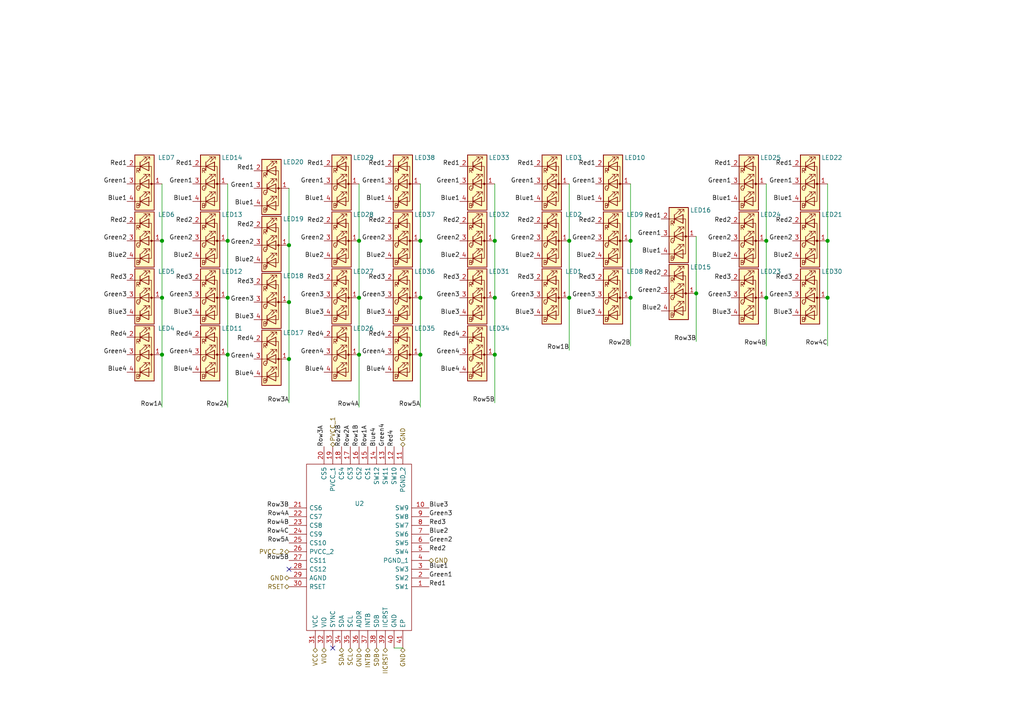
<source format=kicad_sch>
(kicad_sch (version 20210621) (generator eeschema)
  (paper "A4")
  (title_block (title "ICED-L") (date "2016-07-17") (rev "Rev 1.2b") (company "Input Club"))
  (lib_symbols
    (symbol "ICEDLeft:IS31FL3737-QFLS4-TR" (pin_names (offset 0.762))
      (property "Reference" "IC" (at 36.83 17.78 0))
      (property "Value" "IS31FL3737-QFLS4-TR" (at 36.83 15.24 0))
      (symbol "IS31FL3737-QFLS4-TR_0_0"
        (pin passive line (at 0 0 0) (length 5.08) (name "SW1") (number "1"))
        (pin passive line (at 0 -22.86 0) (length 5.08) (name "SW9") (number "10"))
        (pin passive line (at 7.62 -40.64 90) (length 5.08) (name "PGND_2") (number "11"))
        (pin passive line (at 10.16 -40.64 90) (length 5.08) (name "SW10") (number "12"))
        (pin passive line (at 12.7 -40.64 90) (length 5.08) (name "SW11") (number "13"))
        (pin passive line (at 15.24 -40.64 90) (length 5.08) (name "SW12") (number "14"))
        (pin passive line (at 17.78 -40.64 90) (length 5.08) (name "CS1") (number "15"))
        (pin passive line (at 20.32 -40.64 90) (length 5.08) (name "CS2") (number "16"))
        (pin passive line (at 22.86 -40.64 90) (length 5.08) (name "CS3") (number "17"))
        (pin passive line (at 25.4 -40.64 90) (length 5.08) (name "CS4") (number "18"))
        (pin passive line (at 27.94 -40.64 90) (length 5.08) (name "PVCC_1") (number "19"))
        (pin passive line (at 0 -2.54 0) (length 5.08) (name "SW2") (number "2"))
        (pin passive line (at 30.48 -40.64 90) (length 5.08) (name "CS5") (number "20"))
        (pin passive line (at 40.64 -22.86 180) (length 5.08) (name "CS6") (number "21"))
        (pin passive line (at 40.64 -20.32 180) (length 5.08) (name "CS7") (number "22"))
        (pin passive line (at 40.64 -17.78 180) (length 5.08) (name "CS8") (number "23"))
        (pin passive line (at 40.64 -15.24 180) (length 5.08) (name "CS9") (number "24"))
        (pin passive line (at 40.64 -12.7 180) (length 5.08) (name "CS10") (number "25"))
        (pin passive line (at 40.64 -10.16 180) (length 5.08) (name "PVCC_2") (number "26"))
        (pin passive line (at 40.64 -7.62 180) (length 5.08) (name "CS11") (number "27"))
        (pin passive line (at 40.64 -5.08 180) (length 5.08) (name "CS12") (number "28"))
        (pin passive line (at 40.64 -2.54 180) (length 5.08) (name "AGND") (number "29"))
        (pin passive line (at 0 -5.08 0) (length 5.08) (name "SW3") (number "3"))
        (pin passive line (at 40.64 0 180) (length 5.08) (name "RSET") (number "30"))
        (pin passive line (at 33.02 17.78 270) (length 5.08) (name "VCC") (number "31"))
        (pin passive line (at 30.48 17.78 270) (length 5.08) (name "VIO") (number "32"))
        (pin passive line (at 27.94 17.78 270) (length 5.08) (name "SYNC") (number "33"))
        (pin passive line (at 25.4 17.78 270) (length 5.08) (name "SDA") (number "34"))
        (pin passive line (at 22.86 17.78 270) (length 5.08) (name "SCL") (number "35"))
        (pin passive line (at 20.32 17.78 270) (length 5.08) (name "ADDR") (number "36"))
        (pin passive line (at 17.78 17.78 270) (length 5.08) (name "INTB") (number "37"))
        (pin passive line (at 15.24 17.78 270) (length 5.08) (name "SDB") (number "38"))
        (pin passive line (at 12.7 17.78 270) (length 5.08) (name "IICRST") (number "39"))
        (pin passive line (at 0 -7.62 0) (length 5.08) (name "PGND_1") (number "4"))
        (pin passive line (at 10.16 17.78 270) (length 5.08) (name "GND") (number "40"))
        (pin passive line (at 7.62 17.78 270) (length 5.08) (name "EP") (number "41"))
        (pin passive line (at 0 -10.16 0) (length 5.08) (name "SW4") (number "5"))
        (pin passive line (at 0 -12.7 0) (length 5.08) (name "SW5") (number "6"))
        (pin passive line (at 0 -15.24 0) (length 5.08) (name "SW6") (number "7"))
        (pin passive line (at 0 -17.78 0) (length 5.08) (name "SW7") (number "8"))
        (pin passive line (at 0 -20.32 0) (length 5.08) (name "SW8") (number "9"))
      )
      (symbol "IS31FL3737-QFLS4-TR_0_1"
        (polyline (pts (xy 5.08 12.7) (xy 35.56 12.7) (xy 35.56 -35.56) (xy 5.08 -35.56) (xy 5.08 12.7)) (stroke (width 0.1524)))
      )
    )
    (symbol "ICEDLeft:RGB_0606" (pin_names (offset 0) hide)
      (property "Reference" "D" (at 0 9.398 0))
      (property "Value" "RGB_0606" (at 0 -8.89 0))
      (symbol "RGB_0606_0_0"
        (text "B" (at -1.905 -6.35 0) (effects (font (size 1.27 1.27))))
        (text "G" (at -1.905 -1.27 0) (effects (font (size 1.27 1.27))))
        (text "R" (at -1.905 3.81 0) (effects (font (size 1.27 1.27))))
      )
      (symbol "RGB_0606_0_1"
        (circle (center 2.032 0) (radius 0.254) (fill (type outline)))
        (rectangle (start 1.27 -1.27) (end 1.27 1.27))
        (rectangle (start 1.27 1.27) (end 1.27 1.27))
        (rectangle (start 1.27 3.81) (end 1.27 6.35))
        (rectangle (start 1.27 6.35) (end 1.27 6.35))
        (rectangle (start 2.794 8.382) (end -2.794 -7.62) (stroke (width 0.254)) (fill (type background)))
        (polyline (pts (xy -1.27 -5.08) (xy -2.54 -5.08)))
        (polyline (pts (xy -1.27 -5.08) (xy 1.27 -5.08)))
        (polyline (pts (xy -1.27 -3.81) (xy -1.27 -6.35)))
        (polyline (pts (xy -1.27 -3.81) (xy -1.27 -6.35)) (stroke (width 0.2032)))
        (polyline (pts (xy -1.27 0) (xy -2.54 0)))
        (polyline (pts (xy -1.27 0) (xy 1.27 0)))
        (polyline (pts (xy -1.27 1.27) (xy -1.27 -1.27)) (stroke (width 0.2032)))
        (polyline (pts (xy -1.27 5.08) (xy -2.54 5.08)))
        (polyline (pts (xy -1.27 6.35) (xy -1.27 3.81)) (stroke (width 0.2032)))
        (polyline (pts (xy 1.27 0) (xy 2.54 0)))
        (polyline (pts (xy 1.27 5.08) (xy -1.27 5.08)))
        (polyline (pts (xy -1.27 1.27) (xy -1.27 -1.27) (xy -1.27 -1.27)))
        (polyline (pts (xy -1.27 6.35) (xy -1.27 3.81) (xy -1.27 3.81)))
        (polyline (pts (xy 1.27 -5.08) (xy 2.032 -5.08) (xy 2.032 5.08) (xy 1.27 5.08)))
        (polyline (pts (xy 1.27 -3.81) (xy 1.27 -6.35) (xy -1.27 -5.08) (xy 1.27 -3.81)) (stroke (width 0.2032)))
        (polyline (pts (xy 1.27 1.27) (xy 1.27 -1.27) (xy -1.27 0) (xy 1.27 1.27)) (stroke (width 0.2032)))
        (polyline (pts (xy 1.27 6.35) (xy 1.27 3.81) (xy -1.27 5.08) (xy 1.27 6.35)) (stroke (width 0.2032)))
        (polyline (pts (xy -1.016 -3.81) (xy 0.508 -2.286) (xy -0.254 -2.286) (xy 0.508 -2.286) (xy 0.508 -3.048)))
        (polyline (pts (xy -1.016 1.27) (xy 0.508 2.794) (xy -0.254 2.794) (xy 0.508 2.794) (xy 0.508 2.032)))
        (polyline (pts (xy -1.016 6.35) (xy 0.508 7.874) (xy -0.254 7.874) (xy 0.508 7.874) (xy 0.508 7.112)))
        (polyline (pts (xy 0 -3.81) (xy 1.524 -2.286) (xy 0.762 -2.286) (xy 1.524 -2.286) (xy 1.524 -3.048)))
        (polyline (pts (xy 0 1.27) (xy 1.524 2.794) (xy 0.762 2.794) (xy 1.524 2.794) (xy 1.524 2.032)))
        (polyline (pts (xy 0 6.35) (xy 1.524 7.874) (xy 0.762 7.874) (xy 1.524 7.874) (xy 1.524 7.112)))
      )
      (symbol "RGB_0606_1_1"
        (pin passive line (at 5.08 0 180) (length 2.54) (name "A") (number "1"))
        (pin passive line (at -5.08 5.08 0) (length 2.54) (name "RK") (number "2"))
        (pin passive line (at -5.08 0 0) (length 2.54) (name "GK") (number "3"))
        (pin passive line (at -5.08 -5.08 0) (length 2.54) (name "BK") (number "4"))
      )
    )
  )
  (junction (at 46.99 69.85) (diameter 1.016))
  (junction (at 46.99 86.36) (diameter 1.016))
  (junction (at 46.99 102.87) (diameter 1.016))
  (junction (at 66.04 69.85) (diameter 1.016))
  (junction (at 66.04 86.36) (diameter 1.016))
  (junction (at 66.04 102.87) (diameter 1.016))
  (junction (at 83.82 71.12) (diameter 1.016))
  (junction (at 83.82 87.63) (diameter 1.016))
  (junction (at 83.82 104.14) (diameter 1.016))
  (junction (at 104.14 69.85) (diameter 1.016))
  (junction (at 104.14 86.36) (diameter 1.016))
  (junction (at 104.14 102.87) (diameter 1.016))
  (junction (at 121.92 69.85) (diameter 1.016))
  (junction (at 121.92 86.36) (diameter 1.016))
  (junction (at 121.92 102.87) (diameter 1.016))
  (junction (at 143.51 69.85) (diameter 1.016))
  (junction (at 143.51 86.36) (diameter 1.016))
  (junction (at 143.51 102.87) (diameter 1.016))
  (junction (at 165.1 69.85) (diameter 1.016))
  (junction (at 165.1 86.36) (diameter 1.016))
  (junction (at 182.88 69.85) (diameter 1.016))
  (junction (at 182.88 86.36) (diameter 1.016))
  (junction (at 201.93 85.09) (diameter 1.016))
  (junction (at 222.25 69.85) (diameter 1.016))
  (junction (at 222.25 86.36) (diameter 1.016))
  (junction (at 240.03 69.85) (diameter 1.016))
  (junction (at 240.03 86.36) (diameter 1.016))
  (no_connect (at 83.82 165.1))
  (no_connect (at 96.52 187.96))
  (wire (pts (xy 46.99 53.34) (xy 46.99 69.85)))
  (wire (pts (xy 46.99 69.85) (xy 46.99 86.36)))
  (wire (pts (xy 46.99 86.36) (xy 46.99 102.87)))
  (wire (pts (xy 46.99 102.87) (xy 46.99 118.11)))
  (wire (pts (xy 66.04 53.34) (xy 66.04 69.85)))
  (wire (pts (xy 66.04 69.85) (xy 66.04 86.36)))
  (wire (pts (xy 66.04 86.36) (xy 66.04 102.87)))
  (wire (pts (xy 66.04 102.87) (xy 66.04 118.11)))
  (wire (pts (xy 83.82 54.61) (xy 83.82 71.12)))
  (wire (pts (xy 83.82 71.12) (xy 83.82 87.63)))
  (wire (pts (xy 83.82 87.63) (xy 83.82 104.14)))
  (wire (pts (xy 83.82 104.14) (xy 83.82 116.84)))
  (wire (pts (xy 104.14 53.34) (xy 104.14 69.85)))
  (wire (pts (xy 104.14 69.85) (xy 104.14 86.36)))
  (wire (pts (xy 104.14 86.36) (xy 104.14 102.87)))
  (wire (pts (xy 104.14 102.87) (xy 104.14 118.11)))
  (wire (pts (xy 114.3 187.96) (xy 116.84 187.96)))
  (wire (pts (xy 121.92 53.34) (xy 121.92 69.85)))
  (wire (pts (xy 121.92 69.85) (xy 121.92 86.36)))
  (wire (pts (xy 121.92 86.36) (xy 121.92 102.87)))
  (wire (pts (xy 121.92 102.87) (xy 121.92 118.11)))
  (wire (pts (xy 143.51 53.34) (xy 143.51 69.85)))
  (wire (pts (xy 143.51 69.85) (xy 143.51 86.36)))
  (wire (pts (xy 143.51 86.36) (xy 143.51 102.87)))
  (wire (pts (xy 143.51 102.87) (xy 143.51 116.84)))
  (wire (pts (xy 165.1 53.34) (xy 165.1 69.85)))
  (wire (pts (xy 165.1 69.85) (xy 165.1 86.36)))
  (wire (pts (xy 165.1 86.36) (xy 165.1 101.6)))
  (wire (pts (xy 182.88 53.34) (xy 182.88 69.85)))
  (wire (pts (xy 182.88 69.85) (xy 182.88 86.36)))
  (wire (pts (xy 182.88 86.36) (xy 182.88 100.33)))
  (wire (pts (xy 201.93 68.58) (xy 201.93 85.09)))
  (wire (pts (xy 201.93 85.09) (xy 201.93 99.06)))
  (wire (pts (xy 222.25 53.34) (xy 222.25 69.85)))
  (wire (pts (xy 222.25 69.85) (xy 222.25 86.36)))
  (wire (pts (xy 222.25 86.36) (xy 222.25 100.33)))
  (wire (pts (xy 240.03 53.34) (xy 240.03 69.85)))
  (wire (pts (xy 240.03 69.85) (xy 240.03 86.36)))
  (wire (pts (xy 240.03 86.36) (xy 240.03 100.33)))
  (label "Red1" (at 36.83 48.26 180))
  (label "Green1" (at 36.83 53.34 180))
  (label "Blue1" (at 36.83 58.42 180))
  (label "Red2" (at 36.83 64.77 180))
  (label "Green2" (at 36.83 69.85 180))
  (label "Blue2" (at 36.83 74.93 180))
  (label "Red3" (at 36.83 81.28 180))
  (label "Green3" (at 36.83 86.36 180))
  (label "Blue3" (at 36.83 91.44 180))
  (label "Red4" (at 36.83 97.79 180))
  (label "Green4" (at 36.83 102.87 180))
  (label "Blue4" (at 36.83 107.95 180))
  (label "Row1A" (at 46.99 118.11 180))
  (label "Red1" (at 55.88 48.26 180))
  (label "Green1" (at 55.88 53.34 180))
  (label "Blue1" (at 55.88 58.42 180))
  (label "Red2" (at 55.88 64.77 180))
  (label "Green2" (at 55.88 69.85 180))
  (label "Blue2" (at 55.88 74.93 180))
  (label "Red3" (at 55.88 81.28 180))
  (label "Green3" (at 55.88 86.36 180))
  (label "Blue3" (at 55.88 91.44 180))
  (label "Red4" (at 55.88 97.79 180))
  (label "Green4" (at 55.88 102.87 180))
  (label "Blue4" (at 55.88 107.95 180))
  (label "Row2A" (at 66.04 118.11 180))
  (label "Red1" (at 73.66 49.53 180))
  (label "Green1" (at 73.66 54.61 180))
  (label "Blue1" (at 73.66 59.69 180))
  (label "Red2" (at 73.66 66.04 180))
  (label "Green2" (at 73.66 71.12 180))
  (label "Blue2" (at 73.66 76.2 180))
  (label "Red3" (at 73.66 82.55 180))
  (label "Green3" (at 73.66 87.63 180))
  (label "Blue3" (at 73.66 92.71 180))
  (label "Red4" (at 73.66 99.06 180))
  (label "Green4" (at 73.66 104.14 180))
  (label "Blue4" (at 73.66 109.22 180))
  (label "Row3A" (at 83.82 116.84 180))
  (label "Row3B" (at 83.82 147.32 180))
  (label "Row4A" (at 83.82 149.86 180))
  (label "Row4B" (at 83.82 152.4 180))
  (label "Row4C" (at 83.82 154.94 180))
  (label "Row5A" (at 83.82 157.48 180))
  (label "Row5B" (at 83.82 162.56 180))
  (label "Red1" (at 93.98 48.26 180))
  (label "Green1" (at 93.98 53.34 180))
  (label "Blue1" (at 93.98 58.42 180))
  (label "Red2" (at 93.98 64.77 180))
  (label "Green2" (at 93.98 69.85 180))
  (label "Blue2" (at 93.98 74.93 180))
  (label "Red3" (at 93.98 81.28 180))
  (label "Green3" (at 93.98 86.36 180))
  (label "Blue3" (at 93.98 91.44 180))
  (label "Red4" (at 93.98 97.79 180))
  (label "Green4" (at 93.98 102.87 180))
  (label "Blue4" (at 93.98 107.95 180))
  (label "Row3A" (at 93.98 129.54 90))
  (label "Row2B" (at 99.06 129.54 90))
  (label "Row2A" (at 101.6 129.54 90))
  (label "Row4A" (at 104.14 118.11 180))
  (label "Row1B" (at 104.14 129.54 90))
  (label "Row1A" (at 106.68 129.54 90))
  (label "Blue4" (at 109.22 129.54 90))
  (label "Red1" (at 111.76 48.26 180))
  (label "Green1" (at 111.76 53.34 180))
  (label "Blue1" (at 111.76 58.42 180))
  (label "Red2" (at 111.76 64.77 180))
  (label "Green2" (at 111.76 69.85 180))
  (label "Blue2" (at 111.76 74.93 180))
  (label "Red3" (at 111.76 81.28 180))
  (label "Green3" (at 111.76 86.36 180))
  (label "Blue3" (at 111.76 91.44 180))
  (label "Red4" (at 111.76 97.79 180))
  (label "Green4" (at 111.76 102.87 180))
  (label "Blue4" (at 111.76 107.95 180))
  (label "Green4" (at 111.76 129.54 90))
  (label "Red4" (at 114.3 129.54 90))
  (label "Row5A" (at 121.92 118.11 180))
  (label "Blue3" (at 124.46 147.32 0))
  (label "Green3" (at 124.46 149.86 0))
  (label "Red3" (at 124.46 152.4 0))
  (label "Blue2" (at 124.46 154.94 0))
  (label "Green2" (at 124.46 157.48 0))
  (label "Red2" (at 124.46 160.02 0))
  (label "Blue1" (at 124.46 165.1 0))
  (label "Green1" (at 124.46 167.64 0))
  (label "Red1" (at 124.46 170.18 0))
  (label "Red1" (at 133.35 48.26 180))
  (label "Green1" (at 133.35 53.34 180))
  (label "Blue1" (at 133.35 58.42 180))
  (label "Red2" (at 133.35 64.77 180))
  (label "Green2" (at 133.35 69.85 180))
  (label "Blue2" (at 133.35 74.93 180))
  (label "Red3" (at 133.35 81.28 180))
  (label "Green3" (at 133.35 86.36 180))
  (label "Blue3" (at 133.35 91.44 180))
  (label "Red4" (at 133.35 97.79 180))
  (label "Green4" (at 133.35 102.87 180))
  (label "Blue4" (at 133.35 107.95 180))
  (label "Row5B" (at 143.51 116.84 180))
  (label "Red1" (at 154.94 48.26 180))
  (label "Green1" (at 154.94 53.34 180))
  (label "Blue1" (at 154.94 58.42 180))
  (label "Red2" (at 154.94 64.77 180))
  (label "Green2" (at 154.94 69.85 180))
  (label "Blue2" (at 154.94 74.93 180))
  (label "Red3" (at 154.94 81.28 180))
  (label "Green3" (at 154.94 86.36 180))
  (label "Blue3" (at 154.94 91.44 180))
  (label "Row1B" (at 165.1 101.6 180))
  (label "Red1" (at 172.72 48.26 180))
  (label "Green1" (at 172.72 53.34 180))
  (label "Blue1" (at 172.72 58.42 180))
  (label "Red2" (at 172.72 64.77 180))
  (label "Green2" (at 172.72 69.85 180))
  (label "Blue2" (at 172.72 74.93 180))
  (label "Red3" (at 172.72 81.28 180))
  (label "Green3" (at 172.72 86.36 180))
  (label "Blue3" (at 172.72 91.44 180))
  (label "Row2B" (at 182.88 100.33 180))
  (label "Red1" (at 191.77 63.5 180))
  (label "Green1" (at 191.77 68.58 180))
  (label "Blue1" (at 191.77 73.66 180))
  (label "Red2" (at 191.77 80.01 180))
  (label "Green2" (at 191.77 85.09 180))
  (label "Blue2" (at 191.77 90.17 180))
  (label "Row3B" (at 201.93 99.06 180))
  (label "Red1" (at 212.09 48.26 180))
  (label "Green1" (at 212.09 53.34 180))
  (label "Blue1" (at 212.09 58.42 180))
  (label "Red2" (at 212.09 64.77 180))
  (label "Green2" (at 212.09 69.85 180))
  (label "Blue2" (at 212.09 74.93 180))
  (label "Red3" (at 212.09 81.28 180))
  (label "Green3" (at 212.09 86.36 180))
  (label "Blue3" (at 212.09 91.44 180))
  (label "Row4B" (at 222.25 100.33 180))
  (label "Red1" (at 229.87 48.26 180))
  (label "Green1" (at 229.87 53.34 180))
  (label "Blue1" (at 229.87 58.42 180))
  (label "Red2" (at 229.87 64.77 180))
  (label "Green2" (at 229.87 69.85 180))
  (label "Blue2" (at 229.87 74.93 180))
  (label "Red3" (at 229.87 81.28 180))
  (label "Green3" (at 229.87 86.36 180))
  (label "Blue3" (at 229.87 91.44 180))
  (label "Row4C" (at 240.03 100.33 180))
  (hierarchical_label "PVCC_2" (shape bidirectional) (at 83.82 160.02 180))
  (hierarchical_label "GND" (shape bidirectional) (at 83.82 167.64 180))
  (hierarchical_label "RSET" (shape bidirectional) (at 83.82 170.18 180))
  (hierarchical_label "VCC" (shape bidirectional) (at 91.44 187.96 270))
  (hierarchical_label "VIO" (shape bidirectional) (at 93.98 187.96 270))
  (hierarchical_label "PVCC_1" (shape bidirectional) (at 96.52 129.54 90))
  (hierarchical_label "SDA" (shape bidirectional) (at 99.06 187.96 270))
  (hierarchical_label "SCL" (shape bidirectional) (at 101.6 187.96 270))
  (hierarchical_label "GND" (shape bidirectional) (at 104.14 187.96 270))
  (hierarchical_label "INTB" (shape bidirectional) (at 106.68 187.96 270))
  (hierarchical_label "SDB" (shape bidirectional) (at 109.22 187.96 270))
  (hierarchical_label "IICRST" (shape bidirectional) (at 111.76 187.96 270))
  (hierarchical_label "GND" (shape bidirectional) (at 116.84 129.54 90))
  (hierarchical_label "GND" (shape bidirectional) (at 116.84 187.96 270))
  (hierarchical_label "GND" (shape bidirectional) (at 124.46 162.56 0))
  (symbol (lib_id "ICEDLeft:RGB_0606") (at 41.91 53.34 0) (unit 1)
    (property "Reference" "LED7" (at 48.26 45.72 0))
    (property "Value" "RGB_0606" (effects hide))
    (property "Footprint" "prettylib:0606" (effects hide))
  )
  (symbol (lib_id "ICEDLeft:RGB_0606") (at 41.91 69.85 0) (unit 1)
    (property "Reference" "LED6" (at 48.26 62.23 0))
    (property "Value" "RGB_0606" (effects hide))
    (property "Footprint" "prettylib:0606" (effects hide))
  )
  (symbol (lib_id "ICEDLeft:RGB_0606") (at 41.91 86.36 0) (unit 1)
    (property "Reference" "LED5" (at 48.26 78.74 0))
    (property "Value" "RGB_0606" (effects hide))
    (property "Footprint" "prettylib:0606" (effects hide))
  )
  (symbol (lib_id "ICEDLeft:RGB_0606") (at 41.91 102.87 0) (unit 1)
    (property "Reference" "LED4" (at 48.26 95.25 0))
    (property "Value" "RGB_0606" (effects hide))
    (property "Footprint" "prettylib:0606" (effects hide))
  )
  (symbol (lib_id "ICEDLeft:RGB_0606") (at 60.96 53.34 0) (unit 1)
    (property "Reference" "LED14" (at 67.31 45.72 0))
    (property "Value" "RGB_0606" (effects hide))
    (property "Footprint" "prettylib:0606" (effects hide))
  )
  (symbol (lib_id "ICEDLeft:RGB_0606") (at 60.96 69.85 0) (unit 1)
    (property "Reference" "LED13" (at 67.31 62.23 0))
    (property "Value" "RGB_0606" (effects hide))
    (property "Footprint" "prettylib:0606" (effects hide))
  )
  (symbol (lib_id "ICEDLeft:RGB_0606") (at 60.96 86.36 0) (unit 1)
    (property "Reference" "LED12" (at 67.31 78.74 0))
    (property "Value" "RGB_0606" (effects hide))
    (property "Footprint" "prettylib:0606" (effects hide))
  )
  (symbol (lib_id "ICEDLeft:RGB_0606") (at 60.96 102.87 0) (unit 1)
    (property "Reference" "LED11" (at 67.31 95.25 0))
    (property "Value" "RGB_0606" (effects hide))
    (property "Footprint" "prettylib:0606" (effects hide))
  )
  (symbol (lib_id "ICEDLeft:RGB_0606") (at 78.74 54.61 0) (unit 1)
    (property "Reference" "LED20" (at 85.09 46.99 0))
    (property "Value" "RGB_0606" (effects hide))
    (property "Footprint" "prettylib:0606" (effects hide))
  )
  (symbol (lib_id "ICEDLeft:RGB_0606") (at 78.74 71.12 0) (unit 1)
    (property "Reference" "LED19" (at 85.09 63.5 0))
    (property "Value" "RGB_0606" (effects hide))
    (property "Footprint" "prettylib:0606" (effects hide))
  )
  (symbol (lib_id "ICEDLeft:RGB_0606") (at 78.74 87.63 0) (unit 1)
    (property "Reference" "LED18" (at 85.09 80.01 0))
    (property "Value" "RGB_0606" (effects hide))
    (property "Footprint" "prettylib:0606" (effects hide))
  )
  (symbol (lib_id "ICEDLeft:RGB_0606") (at 78.74 104.14 0) (unit 1)
    (property "Reference" "LED17" (at 85.09 96.52 0))
    (property "Value" "RGB_0606" (effects hide))
    (property "Footprint" "prettylib:0606" (effects hide))
  )
  (symbol (lib_id "ICEDLeft:RGB_0606") (at 99.06 53.34 0) (unit 1)
    (property "Reference" "LED29" (at 105.41 45.72 0))
    (property "Value" "RGB_0606" (effects hide))
    (property "Footprint" "prettylib:0606" (effects hide))
  )
  (symbol (lib_id "ICEDLeft:RGB_0606") (at 99.06 69.85 0) (unit 1)
    (property "Reference" "LED28" (at 105.41 62.23 0))
    (property "Value" "RGB_0606" (effects hide))
    (property "Footprint" "prettylib:0606" (effects hide))
  )
  (symbol (lib_id "ICEDLeft:RGB_0606") (at 99.06 86.36 0) (unit 1)
    (property "Reference" "LED27" (at 105.41 78.74 0))
    (property "Value" "RGB_0606" (effects hide))
    (property "Footprint" "prettylib:0606" (effects hide))
  )
  (symbol (lib_id "ICEDLeft:RGB_0606") (at 99.06 102.87 0) (unit 1)
    (property "Reference" "LED26" (at 105.41 95.25 0))
    (property "Value" "RGB_0606" (effects hide))
    (property "Footprint" "prettylib:0606" (effects hide))
  )
  (symbol (lib_id "ICEDLeft:RGB_0606") (at 116.84 53.34 0) (unit 1)
    (property "Reference" "LED38" (at 123.19 45.72 0))
    (property "Value" "RGB_0606" (effects hide))
    (property "Footprint" "prettylib:0606" (effects hide))
  )
  (symbol (lib_id "ICEDLeft:RGB_0606") (at 116.84 69.85 0) (unit 1)
    (property "Reference" "LED37" (at 123.19 62.23 0))
    (property "Value" "RGB_0606" (effects hide))
    (property "Footprint" "prettylib:0606" (effects hide))
  )
  (symbol (lib_id "ICEDLeft:RGB_0606") (at 116.84 86.36 0) (unit 1)
    (property "Reference" "LED36" (at 123.19 78.74 0))
    (property "Value" "RGB_0606" (effects hide))
    (property "Footprint" "prettylib:0606" (effects hide))
  )
  (symbol (lib_id "ICEDLeft:RGB_0606") (at 116.84 102.87 0) (unit 1)
    (property "Reference" "LED35" (at 123.19 95.25 0))
    (property "Value" "RGB_0606" (effects hide))
    (property "Footprint" "prettylib:0606" (effects hide))
  )
  (symbol (lib_id "ICEDLeft:RGB_0606") (at 138.43 53.34 0) (unit 1)
    (property "Reference" "LED33" (at 144.78 45.72 0))
    (property "Value" "RGB_0606" (effects hide))
    (property "Footprint" "prettylib:0606" (effects hide))
  )
  (symbol (lib_id "ICEDLeft:RGB_0606") (at 138.43 69.85 0) (unit 1)
    (property "Reference" "LED32" (at 144.78 62.23 0))
    (property "Value" "RGB_0606" (effects hide))
    (property "Footprint" "prettylib:0606" (effects hide))
  )
  (symbol (lib_id "ICEDLeft:RGB_0606") (at 138.43 86.36 0) (unit 1)
    (property "Reference" "LED31" (at 144.78 78.74 0))
    (property "Value" "RGB_0606" (effects hide))
    (property "Footprint" "prettylib:0606" (effects hide))
  )
  (symbol (lib_id "ICEDLeft:RGB_0606") (at 138.43 102.87 0) (unit 1)
    (property "Reference" "LED34" (at 144.78 95.25 0))
    (property "Value" "RGB_0606" (effects hide))
    (property "Footprint" "prettylib:0606" (effects hide))
  )
  (symbol (lib_id "ICEDLeft:RGB_0606") (at 160.02 53.34 0) (unit 1)
    (property "Reference" "LED3" (at 166.37 45.72 0))
    (property "Value" "RGB_0606" (effects hide))
    (property "Footprint" "prettylib:0606" (effects hide))
  )
  (symbol (lib_id "ICEDLeft:RGB_0606") (at 160.02 69.85 0) (unit 1)
    (property "Reference" "LED2" (at 166.37 62.23 0))
    (property "Value" "RGB_0606" (effects hide))
    (property "Footprint" "prettylib:0606" (effects hide))
  )
  (symbol (lib_id "ICEDLeft:RGB_0606") (at 160.02 86.36 0) (unit 1)
    (property "Reference" "LED1" (at 166.37 78.74 0))
    (property "Value" "RGB_0606" (effects hide))
    (property "Footprint" "prettylib:0606" (effects hide))
  )
  (symbol (lib_id "ICEDLeft:RGB_0606") (at 177.8 53.34 0) (unit 1)
    (property "Reference" "LED10" (at 184.15 45.72 0))
    (property "Value" "RGB_0606" (effects hide))
    (property "Footprint" "prettylib:0606" (effects hide))
  )
  (symbol (lib_id "ICEDLeft:RGB_0606") (at 177.8 69.85 0) (unit 1)
    (property "Reference" "LED9" (at 184.15 62.23 0))
    (property "Value" "RGB_0606" (effects hide))
    (property "Footprint" "prettylib:0606" (effects hide))
  )
  (symbol (lib_id "ICEDLeft:RGB_0606") (at 177.8 86.36 0) (unit 1)
    (property "Reference" "LED8" (at 184.15 78.74 0))
    (property "Value" "RGB_0606" (effects hide))
    (property "Footprint" "prettylib:0606" (effects hide))
  )
  (symbol (lib_id "ICEDLeft:RGB_0606") (at 196.85 68.58 0) (unit 1)
    (property "Reference" "LED16" (at 203.2 60.96 0))
    (property "Value" "RGB_0606" (effects hide))
    (property "Footprint" "prettylib:0606" (effects hide))
  )
  (symbol (lib_id "ICEDLeft:RGB_0606") (at 196.85 85.09 0) (unit 1)
    (property "Reference" "LED15" (at 203.2 77.47 0))
    (property "Value" "RGB_0606" (effects hide))
    (property "Footprint" "prettylib:0606" (effects hide))
  )
  (symbol (lib_id "ICEDLeft:RGB_0606") (at 217.17 53.34 0) (unit 1)
    (property "Reference" "LED25" (at 223.52 45.72 0))
    (property "Value" "RGB_0606" (effects hide))
    (property "Footprint" "prettylib:0606" (effects hide))
  )
  (symbol (lib_id "ICEDLeft:RGB_0606") (at 217.17 69.85 0) (unit 1)
    (property "Reference" "LED24" (at 223.52 62.23 0))
    (property "Value" "RGB_0606" (effects hide))
    (property "Footprint" "prettylib:0606" (effects hide))
  )
  (symbol (lib_id "ICEDLeft:RGB_0606") (at 217.17 86.36 0) (unit 1)
    (property "Reference" "LED23" (at 223.52 78.74 0))
    (property "Value" "RGB_0606" (effects hide))
    (property "Footprint" "prettylib:0606" (effects hide))
  )
  (symbol (lib_id "ICEDLeft:RGB_0606") (at 234.95 53.34 0) (unit 1)
    (property "Reference" "LED22" (at 241.3 45.72 0))
    (property "Value" "RGB_0606" (effects hide))
    (property "Footprint" "prettylib:0606" (effects hide))
  )
  (symbol (lib_id "ICEDLeft:RGB_0606") (at 234.95 69.85 0) (unit 1)
    (property "Reference" "LED21" (at 241.3 62.23 0))
    (property "Value" "RGB_0606" (effects hide))
    (property "Footprint" "prettylib:0606" (effects hide))
  )
  (symbol (lib_id "ICEDLeft:RGB_0606") (at 234.95 86.36 0) (unit 1)
    (property "Reference" "LED30" (at 241.3 78.74 0))
    (property "Value" "RGB_0606" (effects hide))
    (property "Footprint" "prettylib:0606" (effects hide))
  )
  (symbol (lib_id "ICEDLeft:IS31FL3737-QFLS4-TR") (at 124.46 170.18 180) (unit 1)
    (property "Reference" "U2" (at 102.87 146.05 0) (effects (justify right)))
    (property "Value" "IS31FL3737-QFLS4-TR" (effects hide))
    (property "Footprint" "QFN40P500X500X80-41N-D" (effects hide))
    (property "Datasheet" "http://www.issi.com/WW/pdf/31FL3737.pdf" (effects hide))
    (property "Description" "IC LED DRVR LINEAR 45MA 40QFN" (effects hide))
    (property "Height" "0.8" (effects hide))
    (property "Manufacturer_Name" "Lumissil" (effects hide))
    (property "Manufacturer_Part_Number" "IS31FL3737-QFLS4-TR" (effects hide))
    (property "Mouser Part Number" "870-31FL3737QFLS4TR" (effects hide))
    (property "Mouser Price/Stock" "https://www.mouser.co.uk/ProductDetail/Lumissil/IS31FL3737-QFLS4-TR/?qs=o7k0yqUNuKAJ%252B%252BDONCPK0Q%3D%3D" (effects hide))
  )
)
</source>
